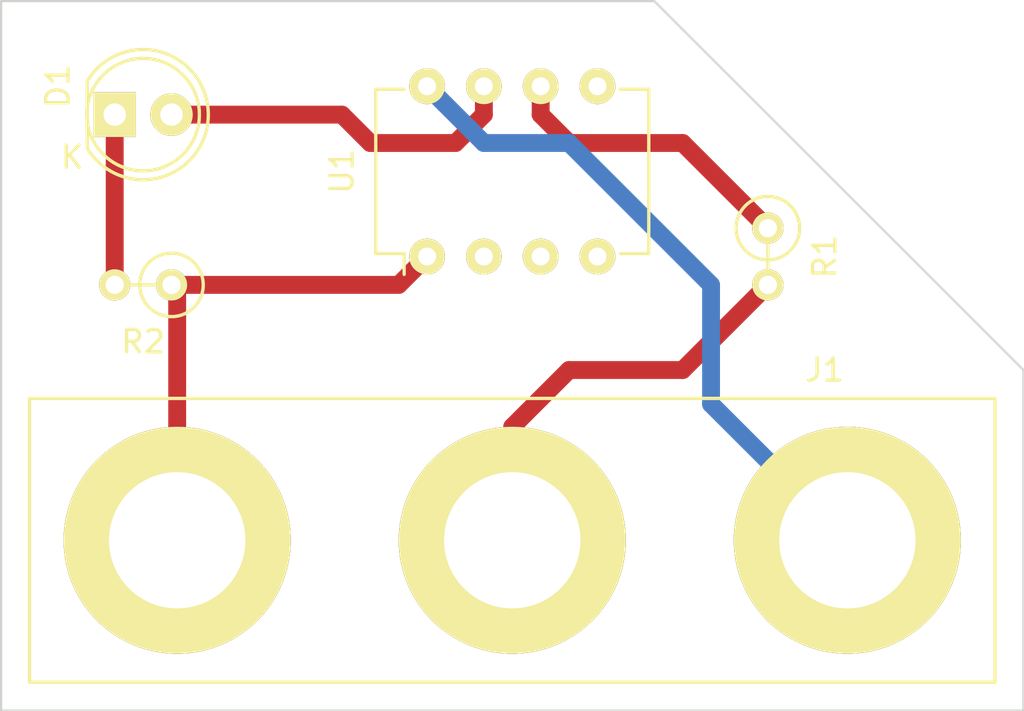
<source format=kicad_pcb>
(kicad_pcb (version 4) (host pcbnew 0.201601191447+6495~42~ubuntu14.04.1-product)

  (general
    (links 7)
    (no_connects 0)
    (area 116.789999 111.709999 162.610001 143.560001)
    (thickness 1.6)
    (drawings 6)
    (tracks 24)
    (zones 0)
    (modules 5)
    (nets 11)
  )

  (page A4)
  (layers
    (0 F.Cu signal)
    (31 B.Cu signal)
    (32 B.Adhes user)
    (33 F.Adhes user)
    (34 B.Paste user)
    (35 F.Paste user)
    (36 B.SilkS user)
    (37 F.SilkS user)
    (38 B.Mask user)
    (39 F.Mask user)
    (40 Dwgs.User user)
    (41 Cmts.User user)
    (42 Eco1.User user)
    (43 Eco2.User user)
    (44 Edge.Cuts user)
    (45 Margin user)
    (46 B.CrtYd user)
    (47 F.CrtYd user)
    (48 B.Fab user)
    (49 F.Fab user)
  )

  (setup
    (last_trace_width 0.254)
    (user_trace_width 0.8)
    (trace_clearance 0.254)
    (zone_clearance 0.508)
    (zone_45_only no)
    (trace_min 0.254)
    (segment_width 0.2)
    (edge_width 0.1)
    (via_size 0.889)
    (via_drill 0.635)
    (via_min_size 0.889)
    (via_min_drill 0.508)
    (uvia_size 0.508)
    (uvia_drill 0.127)
    (uvias_allowed no)
    (uvia_min_size 0.508)
    (uvia_min_drill 0.127)
    (pcb_text_width 0.3)
    (pcb_text_size 1.5 1.5)
    (mod_edge_width 0.15)
    (mod_text_size 1 1)
    (mod_text_width 0.15)
    (pad_size 1.5 1.5)
    (pad_drill 0.6)
    (pad_to_mask_clearance 0)
    (aux_axis_origin 0 0)
    (visible_elements FFFFEF7F)
    (pcbplotparams
      (layerselection 0x00030_80000001)
      (usegerberextensions false)
      (excludeedgelayer true)
      (linewidth 0.100000)
      (plotframeref false)
      (viasonmask false)
      (mode 1)
      (useauxorigin false)
      (hpglpennumber 1)
      (hpglpenspeed 20)
      (hpglpendiameter 15)
      (hpglpenoverlay 2)
      (psnegative false)
      (psa4output false)
      (plotreference true)
      (plotvalue true)
      (plotinvisibletext false)
      (padsonsilk false)
      (subtractmaskfromsilk false)
      (outputformat 1)
      (mirror false)
      (drillshape 1)
      (scaleselection 1)
      (outputdirectory ""))
  )

  (net 0 "")
  (net 1 "Net-(D1-Pad1)")
  (net 2 "Net-(D1-Pad2)")
  (net 3 VCC)
  (net 4 GND)
  (net 5 "Net-(J1-Pad2)")
  (net 6 /INPUT)
  (net 7 "Net-(U1-Pad2)")
  (net 8 "Net-(U1-Pad3)")
  (net 9 "Net-(U1-Pad4)")
  (net 10 "Net-(U1-Pad5)")

  (net_class Default "This is the default net class."
    (clearance 0.254)
    (trace_width 0.254)
    (via_dia 0.889)
    (via_drill 0.635)
    (uvia_dia 0.508)
    (uvia_drill 0.127)
    (add_net /INPUT)
    (add_net GND)
    (add_net "Net-(D1-Pad1)")
    (add_net "Net-(D1-Pad2)")
    (add_net "Net-(J1-Pad2)")
    (add_net "Net-(U1-Pad2)")
    (add_net "Net-(U1-Pad3)")
    (add_net "Net-(U1-Pad4)")
    (add_net "Net-(U1-Pad5)")
    (add_net VCC)
  )

  (module LEDs:LED-5MM (layer F.Cu) (tedit 5570F7EA) (tstamp 569E992F)
    (at 121.92 116.84)
    (descr "LED 5mm round vertical")
    (tags "LED 5mm round vertical")
    (path /569E1167)
    (fp_text reference D1 (at -2.54 -1.27 90) (layer F.SilkS)
      (effects (font (size 1 1) (thickness 0.15)))
    )
    (fp_text value LED (at 1.524 -3.937) (layer F.Fab)
      (effects (font (size 1 1) (thickness 0.15)))
    )
    (fp_line (start -1.5 -1.55) (end -1.5 1.55) (layer F.CrtYd) (width 0.05))
    (fp_arc (start 1.3 0) (end -1.5 1.55) (angle -302) (layer F.CrtYd) (width 0.05))
    (fp_arc (start 1.27 0) (end -1.23 -1.5) (angle 297.5) (layer F.SilkS) (width 0.15))
    (fp_line (start -1.23 1.5) (end -1.23 -1.5) (layer F.SilkS) (width 0.15))
    (fp_circle (center 1.27 0) (end 0.97 -2.5) (layer F.SilkS) (width 0.15))
    (fp_text user K (at -1.905 1.905) (layer F.SilkS)
      (effects (font (size 1 1) (thickness 0.15)))
    )
    (pad 1 thru_hole rect (at 0 0 90) (size 2 1.9) (drill 1.00076) (layers *.Cu *.Mask F.SilkS)
      (net 1 "Net-(D1-Pad1)"))
    (pad 2 thru_hole circle (at 2.54 0) (size 1.9 1.9) (drill 1.00076) (layers *.Cu *.Mask F.SilkS)
      (net 2 "Net-(D1-Pad2)"))
    (model LEDs.3dshapes/LED-5MM.wrl
      (at (xyz 0.05 0 0))
      (scale (xyz 1 1 1))
      (rotate (xyz 0 0 90))
    )
  )

  (module Connect:Banana_Jack_3Pin (layer F.Cu) (tedit 0) (tstamp 569E9936)
    (at 139.7 135.89)
    (descr "Triple banana socket, footprint - 3 x 6mm drills")
    (tags "banana socket")
    (path /569E8D5E)
    (fp_text reference J1 (at 13.97 -7.62) (layer F.SilkS)
      (effects (font (size 1 1) (thickness 0.15)))
    )
    (fp_text value MYCONN3 (at -7.62 -7.62) (layer F.Fab)
      (effects (font (size 1 1) (thickness 0.15)))
    )
    (fp_line (start -21.59 -6.35) (end 21.59 -6.35) (layer F.SilkS) (width 0.15))
    (fp_line (start 21.59 -6.35) (end 21.59 6.35) (layer F.SilkS) (width 0.15))
    (fp_line (start 21.59 6.35) (end -21.59 6.35) (layer F.SilkS) (width 0.15))
    (fp_line (start -21.59 6.35) (end -21.59 -6.35) (layer F.SilkS) (width 0.15))
    (pad 1 thru_hole circle (at -14.986 0) (size 10.16 10.16) (drill 6.096) (layers *.Cu *.Mask F.SilkS)
      (net 3 VCC))
    (pad 3 thru_hole circle (at 14.986 0) (size 10.16 10.16) (drill 6.096) (layers *.Cu *.Mask F.SilkS)
      (net 4 GND))
    (pad 2 thru_hole circle (at 0 0) (size 10.16 10.16) (drill 6.096) (layers *.Cu *.Mask F.SilkS)
      (net 5 "Net-(J1-Pad2)"))
    (model Connect.3dshapes/Banana_Jack_3Pin.wrl
      (at (xyz 0 0 0))
      (scale (xyz 2 2 2))
      (rotate (xyz 0 0 0))
    )
  )

  (module Discret:R1 (layer F.Cu) (tedit 569E9925) (tstamp 569E993C)
    (at 151.13 123.19 270)
    (descr "Resistance verticale")
    (tags R)
    (path /569E0902)
    (fp_text reference R1 (at 0 -2.54 270) (layer F.SilkS)
      (effects (font (size 1 1) (thickness 0.15)))
    )
    (fp_text value 100 (at -1.143 2.54 270) (layer F.Fab)
      (effects (font (size 1 1) (thickness 0.15)))
    )
    (fp_line (start -1.27 0) (end 1.27 0) (layer F.SilkS) (width 0.15))
    (fp_circle (center -1.27 0) (end -0.635 1.27) (layer F.SilkS) (width 0.15))
    (pad 1 thru_hole circle (at -1.27 0 270) (size 1.397 1.397) (drill 0.8128) (layers *.Cu *.Mask F.SilkS)
      (net 6 /INPUT))
    (pad 2 thru_hole circle (at 1.27 0 270) (size 1.397 1.397) (drill 0.8128) (layers *.Cu *.Mask F.SilkS)
      (net 5 "Net-(J1-Pad2)"))
    (model Discret.3dshapes/R1.wrl
      (at (xyz 0 0 0))
      (scale (xyz 1 1 1))
      (rotate (xyz 0 0 0))
    )
  )

  (module Discret:R1 (layer F.Cu) (tedit 569E9925) (tstamp 569E9942)
    (at 123.19 124.46 180)
    (descr "Resistance verticale")
    (tags R)
    (path /569E0E9C)
    (fp_text reference R2 (at 0 -2.54 180) (layer F.SilkS)
      (effects (font (size 1 1) (thickness 0.15)))
    )
    (fp_text value 1k (at -1.143 2.54 180) (layer F.Fab)
      (effects (font (size 1 1) (thickness 0.15)))
    )
    (fp_line (start -1.27 0) (end 1.27 0) (layer F.SilkS) (width 0.15))
    (fp_circle (center -1.27 0) (end -0.635 1.27) (layer F.SilkS) (width 0.15))
    (pad 1 thru_hole circle (at -1.27 0 180) (size 1.397 1.397) (drill 0.8128) (layers *.Cu *.Mask F.SilkS)
      (net 3 VCC))
    (pad 2 thru_hole circle (at 1.27 0 180) (size 1.397 1.397) (drill 0.8128) (layers *.Cu *.Mask F.SilkS)
      (net 1 "Net-(D1-Pad1)"))
    (model Discret.3dshapes/R1.wrl
      (at (xyz 0 0 0))
      (scale (xyz 1 1 1))
      (rotate (xyz 0 0 0))
    )
  )

  (module Housings_DIP:DIP-8_W7.62mm (layer F.Cu) (tedit 54130A77) (tstamp 569E994E)
    (at 135.89 123.19 90)
    (descr "8-lead dip package, row spacing 7.62 mm (300 mils)")
    (tags "dil dip 2.54 300")
    (path /569E106A)
    (fp_text reference U1 (at 3.81 -3.81 90) (layer F.SilkS)
      (effects (font (size 1 1) (thickness 0.15)))
    )
    (fp_text value PIC12C508A-I/SN (at 10.16 2.54 180) (layer F.Fab)
      (effects (font (size 1 1) (thickness 0.15)))
    )
    (fp_line (start -1.05 -2.45) (end -1.05 10.1) (layer F.CrtYd) (width 0.05))
    (fp_line (start 8.65 -2.45) (end 8.65 10.1) (layer F.CrtYd) (width 0.05))
    (fp_line (start -1.05 -2.45) (end 8.65 -2.45) (layer F.CrtYd) (width 0.05))
    (fp_line (start -1.05 10.1) (end 8.65 10.1) (layer F.CrtYd) (width 0.05))
    (fp_line (start 0.135 -2.295) (end 0.135 -1.025) (layer F.SilkS) (width 0.15))
    (fp_line (start 7.485 -2.295) (end 7.485 -1.025) (layer F.SilkS) (width 0.15))
    (fp_line (start 7.485 9.915) (end 7.485 8.645) (layer F.SilkS) (width 0.15))
    (fp_line (start 0.135 9.915) (end 0.135 8.645) (layer F.SilkS) (width 0.15))
    (fp_line (start 0.135 -2.295) (end 7.485 -2.295) (layer F.SilkS) (width 0.15))
    (fp_line (start 0.135 9.915) (end 7.485 9.915) (layer F.SilkS) (width 0.15))
    (fp_line (start 0.135 -1.025) (end -0.8 -1.025) (layer F.SilkS) (width 0.15))
    (pad 1 thru_hole oval (at 0 0 90) (size 1.6 1.6) (drill 0.8) (layers *.Cu *.Mask F.SilkS)
      (net 3 VCC))
    (pad 2 thru_hole oval (at 0 2.54 90) (size 1.6 1.6) (drill 0.8) (layers *.Cu *.Mask F.SilkS)
      (net 7 "Net-(U1-Pad2)"))
    (pad 3 thru_hole oval (at 0 5.08 90) (size 1.6 1.6) (drill 0.8) (layers *.Cu *.Mask F.SilkS)
      (net 8 "Net-(U1-Pad3)"))
    (pad 4 thru_hole oval (at 0 7.62 90) (size 1.6 1.6) (drill 0.8) (layers *.Cu *.Mask F.SilkS)
      (net 9 "Net-(U1-Pad4)"))
    (pad 5 thru_hole oval (at 7.62 7.62 90) (size 1.6 1.6) (drill 0.8) (layers *.Cu *.Mask F.SilkS)
      (net 10 "Net-(U1-Pad5)"))
    (pad 6 thru_hole oval (at 7.62 5.08 90) (size 1.6 1.6) (drill 0.8) (layers *.Cu *.Mask F.SilkS)
      (net 6 /INPUT))
    (pad 7 thru_hole oval (at 7.62 2.54 90) (size 1.6 1.6) (drill 0.8) (layers *.Cu *.Mask F.SilkS)
      (net 2 "Net-(D1-Pad2)"))
    (pad 8 thru_hole oval (at 7.62 0 90) (size 1.6 1.6) (drill 0.8) (layers *.Cu *.Mask F.SilkS)
      (net 4 GND))
    (model Housings_DIP.3dshapes/DIP-8_W7.62mm.wrl
      (at (xyz 0 0 0))
      (scale (xyz 1 1 1))
      (rotate (xyz 0 0 0))
    )
  )

  (gr_line (start 146.05 111.76) (end 116.84 111.76) (angle 90) (layer Edge.Cuts) (width 0.1))
  (gr_line (start 147.32 113.03) (end 146.05 111.76) (angle 90) (layer Edge.Cuts) (width 0.1))
  (gr_line (start 162.56 128.27) (end 147.32 113.03) (angle 90) (layer Edge.Cuts) (width 0.1))
  (gr_line (start 162.56 143.51) (end 162.56 128.27) (angle 90) (layer Edge.Cuts) (width 0.1))
  (gr_line (start 116.84 143.51) (end 162.56 143.51) (angle 90) (layer Edge.Cuts) (width 0.1))
  (gr_line (start 116.84 111.76) (end 116.84 143.51) (angle 90) (layer Edge.Cuts) (width 0.1))

  (segment (start 121.92 124.46) (end 121.92 116.84) (width 0.8) (layer F.Cu) (net 1))
  (segment (start 124.46 116.84) (end 132.08 116.84) (width 0.8) (layer F.Cu) (net 2))
  (segment (start 138.43 116.84) (end 138.43 115.57) (width 0.8) (layer F.Cu) (net 2) (tstamp 569F4161))
  (segment (start 137.16 118.11) (end 138.43 116.84) (width 0.8) (layer F.Cu) (net 2) (tstamp 569F4160))
  (segment (start 133.35 118.11) (end 137.16 118.11) (width 0.8) (layer F.Cu) (net 2) (tstamp 569F415D))
  (segment (start 132.08 116.84) (end 133.35 118.11) (width 0.8) (layer F.Cu) (net 2) (tstamp 569F415C))
  (segment (start 124.46 124.46) (end 134.62 124.46) (width 0.8) (layer F.Cu) (net 3))
  (segment (start 134.62 124.46) (end 135.89 123.19) (width 0.8) (layer F.Cu) (net 3) (tstamp 569F4156))
  (segment (start 124.714 135.89) (end 124.714 124.714) (width 0.8) (layer F.Cu) (net 3))
  (segment (start 124.714 124.714) (end 124.46 124.46) (width 0.8) (layer F.Cu) (net 3) (tstamp 569F414A))
  (segment (start 154.686 135.89) (end 148.59 129.794) (width 0.8) (layer B.Cu) (net 4))
  (segment (start 136.689999 116.369999) (end 135.89 115.57) (width 0.8) (layer B.Cu) (net 4))
  (segment (start 148.59 129.794) (end 148.59 124.46) (width 0.8) (layer B.Cu) (net 4))
  (segment (start 148.59 124.46) (end 142.24 118.11) (width 0.8) (layer B.Cu) (net 4))
  (segment (start 142.24 118.11) (end 138.43 118.11) (width 0.8) (layer B.Cu) (net 4))
  (segment (start 138.43 118.11) (end 136.689999 116.369999) (width 0.8) (layer B.Cu) (net 4))
  (segment (start 151.13 124.46) (end 147.32 128.27) (width 0.8) (layer F.Cu) (net 5))
  (segment (start 142.24 128.27) (end 139.7 130.81) (width 0.8) (layer F.Cu) (net 5) (tstamp 569F4172))
  (segment (start 147.32 128.27) (end 142.24 128.27) (width 0.8) (layer F.Cu) (net 5) (tstamp 569F4170))
  (segment (start 139.7 130.81) (end 139.7 135.89) (width 0.8) (layer F.Cu) (net 5) (tstamp 569F4175))
  (segment (start 140.97 115.57) (end 140.97 116.84) (width 0.8) (layer F.Cu) (net 6))
  (segment (start 147.32 118.11) (end 151.13 121.92) (width 0.8) (layer F.Cu) (net 6) (tstamp 569F416C))
  (segment (start 142.24 118.11) (end 147.32 118.11) (width 0.8) (layer F.Cu) (net 6) (tstamp 569F4169))
  (segment (start 140.97 116.84) (end 142.24 118.11) (width 0.8) (layer F.Cu) (net 6) (tstamp 569F4167))

)

</source>
